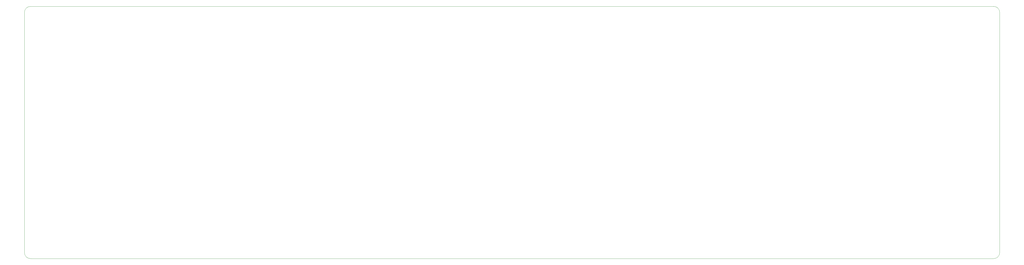
<source format=gbr>
%TF.GenerationSoftware,KiCad,Pcbnew,(5.1.9)-1*%
%TF.CreationDate,2021-03-13T21:00:17-08:00*%
%TF.ProjectId,USKB Final,55534b42-2046-4696-9e61-6c2e6b696361,rev?*%
%TF.SameCoordinates,Original*%
%TF.FileFunction,Profile,NP*%
%FSLAX46Y46*%
G04 Gerber Fmt 4.6, Leading zero omitted, Abs format (unit mm)*
G04 Created by KiCad (PCBNEW (5.1.9)-1) date 2021-03-13 21:00:17*
%MOMM*%
%LPD*%
G01*
G04 APERTURE LIST*
%TA.AperFunction,Profile*%
%ADD10C,0.050000*%
%TD*%
G04 APERTURE END LIST*
D10*
X19050000Y-26987500D02*
X400050000Y-26987500D01*
X19050000Y-127000000D02*
X19843750Y-127000000D01*
X19050000Y-127000000D02*
G75*
G02*
X16668750Y-124618750I0J2381250D01*
G01*
X16668750Y-29368750D02*
X16668750Y-124618750D01*
X16668750Y-29368750D02*
G75*
G02*
X19050000Y-26987500I2381250J0D01*
G01*
X400050000Y-127000000D02*
X19843750Y-127000000D01*
X402431250Y-124618750D02*
G75*
G02*
X400050000Y-127000000I-2381250J0D01*
G01*
X402431250Y-29368750D02*
X402431250Y-124618750D01*
X400050000Y-26987500D02*
G75*
G02*
X402431250Y-29368750I0J-2381250D01*
G01*
M02*

</source>
